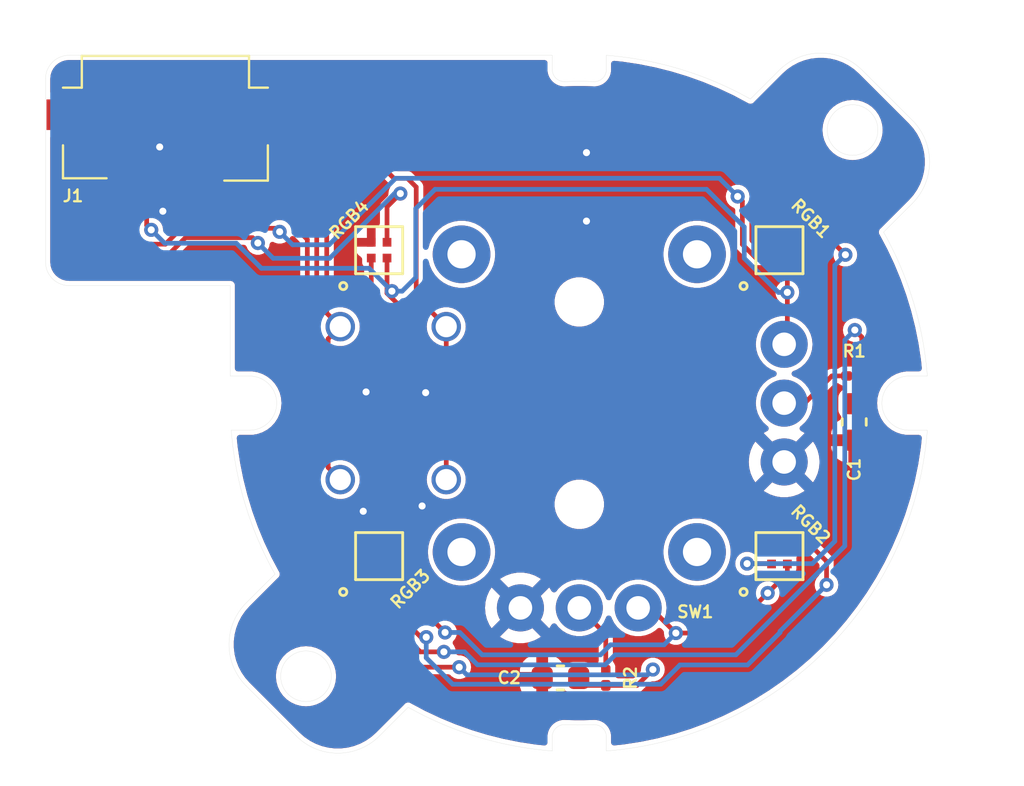
<source format=kicad_pcb>
(kicad_pcb (version 20240108) (generator "pcbnew") (generator_version "8.0")
  (layers (0 "F.Cu" signal) (31 "B.Cu" signal) (34 "B.Paste" user) (35 "F.Paste" user) (36 "B.SilkS" user "B.Silkscreen") (37 "F.SilkS" user "F.Silkscreen") (38 "B.Mask" user) (39 "F.Mask" user) (44 "Edge.Cuts" user))
  (net 0 "")
  (net 1 "GND")
  (net 2 "OUT_Y")
  (net 3 "OUT_X")
  (net 4 "RGB_IN")
  (net 5 "+3V3")
  (net 6 "BUTTON_OUT")
  (net 7 "BUTTON_IN")
  (net 8 "RGB_OUT")
  (net 9 "Net-(SW1-Y_OUT)")
  (net 10 "Net-(SW1-X_OUT)")
  (net 11 "Net-(RGB1-DOUT)")
  (net 12 "Net-(RGB2-DOUT)")
  (net 13 "Net-(RGB3-DOUT)")
  (footprint "hhl:SK6805-EC-10" (layer "F.Cu") (at 59.725 54.955329)
    (property "Reference" "RGB2" (at 1.325 -1.345329 -45) (layer "F.SilkS") (effects (font (size 0.5 0.5) (thickness 0.1))))
    (property "Value" "SK6805-EC-10" (hide yes))
    (fp_line (start -1 -1) (end 1 -1) (stroke (width 0.12)) (layer "F.SilkS"))
    (fp_line (start -1 1) (end -1 -1) (stroke (width 0.12)) (layer "F.SilkS"))
    (fp_line (start 1 -1) (end 1 1) (stroke (width 0.12)) (layer "F.SilkS"))
    (fp_line (start 1 1) (end -1 1) (stroke (width 0.12)) (layer "F.SilkS"))
    (fp_circle (center -1.524 1.524) (end -1.426065 1.639896) (stroke (width 0.12)) (fill none) (layer "F.SilkS"))
    (pad "1" smd rect (at -0.335 0.335) (size 0.37 0.37) (layers "F.Cu" "F.Paste" "F.Mask") (net 11 "Net-(RGB1-DOUT)"))
    (pad "2" smd rect (at 0.335 0.335) (size 0.37 0.37) (layers "F.Cu" "F.Paste" "F.Mask") (net 5 "+3V3"))
    (pad "3" smd rect (at 0.335 -0.335) (size 0.37 0.37) (layers "F.Cu" "F.Paste" "F.Mask") (net 12 "Net-(RGB2-DOUT)"))
    (pad "4" smd rect (at -0.335 -0.335) (size 0.37 0.37) (layers "F.Cu" "F.Paste" "F.Mask") (net 1 "GND"))
  )
  (footprint "hhl:SK6805-EC-10" (layer "F.Cu") (at 42.725 41.955329)
    (property "Reference" "RGB4" (at -1.275 -1.295329 45) (layer "F.SilkS") (effects (font (size 0.5 0.5) (thickness 0.1))))
    (property "Value" "SK6805-EC-10" (hide yes))
    (fp_line (start -1 -1) (end 1 -1) (stroke (width 0.12)) (layer "F.SilkS"))
    (fp_line (start -1 1) (end -1 -1) (stroke (width 0.12)) (layer "F.SilkS"))
    (fp_line (start 1 -1) (end 1 1) (stroke (width 0.12)) (layer "F.SilkS"))
    (fp_line (start 1 1) (end -1 1) (stroke (width 0.12)) (layer "F.SilkS"))
    (fp_circle (center -1.524 1.524) (end -1.426065 1.639896) (stroke (width 0.12)) (fill none) (layer "F.SilkS"))
    (pad "1" smd rect (at -0.335 0.335) (size 0.37 0.37) (layers "F.Cu" "F.Paste" "F.Mask") (net 13 "Net-(RGB3-DOUT)"))
    (pad "2" smd rect (at 0.335 0.335) (size 0.37 0.37) (layers "F.Cu" "F.Paste" "F.Mask") (net 5 "+3V3"))
    (pad "3" smd rect (at 0.335 -0.335) (size 0.37 0.37) (layers "F.Cu" "F.Paste" "F.Mask") (net 8 "RGB_OUT"))
    (pad "4" smd rect (at -0.335 -0.335) (size 0.37 0.37) (layers "F.Cu" "F.Paste" "F.Mask") (net 1 "GND"))
  )
  (footprint "Resistor_SMD:R_0201_0603Metric" (layer "F.Cu") (at 62.9 47.3)
    (property "Reference" "R1" (at 0 -1.05 0) (layer "F.SilkS") (effects (font (size 0.5 0.5) (thickness 0.1))))
    (property "Value" "1k")
    (pad "1" smd roundrect (at -0.32 0) (size 0.46 0.4) (layers "F.Cu" "F.Mask") (net 9 "Net-(SW1-Y_OUT)"))
    (pad "2" smd roundrect (at 0.32 0) (size 0.46 0.4) (layers "F.Cu" "F.Mask") (net 2 "OUT_Y"))
  )
  (footprint "hhl:SK6805-EC-10" (layer "F.Cu") (at 59.725 41.955329)
    (property "Reference" "RGB1" (at 1.335 -1.345329 -45) (layer "F.SilkS") (effects (font (size 0.5 0.5) (thickness 0.1))))
    (property "Value" "SK6805-EC-10" (hide yes))
    (fp_line (start -1 -1) (end 1 -1) (stroke (width 0.12)) (layer "F.SilkS"))
    (fp_line (start -1 1) (end -1 -1) (stroke (width 0.12)) (layer "F.SilkS"))
    (fp_line (start 1 -1) (end 1 1) (stroke (width 0.12)) (layer "F.SilkS"))
    (fp_line (start 1 1) (end -1 1) (stroke (width 0.12)) (layer "F.SilkS"))
    (fp_circle (center -1.524 1.524) (end -1.426065 1.639896) (stroke (width 0.12)) (fill none) (layer "F.SilkS"))
    (pad "1" smd rect (at -0.335 0.335) (size 0.37 0.37) (layers "F.Cu" "F.Paste" "F.Mask") (net 4 "RGB_IN"))
    (pad "2" smd rect (at 0.335 0.335) (size 0.37 0.37) (layers "F.Cu" "F.Paste" "F.Mask") (net 5 "+3V3"))
    (pad "3" smd rect (at 0.335 -0.335) (size 0.37 0.37) (layers "F.Cu" "F.Paste" "F.Mask") (net 11 "Net-(RGB1-DOUT)"))
    (pad "4" smd rect (at -0.335 -0.335) (size 0.37 0.37) (layers "F.Cu" "F.Paste" "F.Mask") (net 1 "GND"))
  )
  (footprint "Capacitor_SMD:C_0603_1608Metric" (layer "F.Cu") (at 50.425 60.130329)
    (property "Reference" "C2" (at -2.175 -0.005329 0) (layer "F.SilkS") (effects (font (size 0.5 0.5) (thickness 0.1))))
    (property "Value" "47nF")
    (fp_line (start -0.14058 -0.51) (end 0.14058 -0.51) (stroke (width 0.12)) (layer "F.SilkS"))
    (fp_line (start -0.14058 0.51) (end 0.14058 0.51) (stroke (width 0.12)) (layer "F.SilkS"))
    (pad "1" smd roundrect (at -0.775 0) (size 0.9 0.95) (layers "F.Cu" "F.Paste" "F.Mask") (net 1 "GND"))
    (pad "2" smd roundrect (at 0.775 0) (size 0.9 0.95) (layers "F.Cu" "F.Paste" "F.Mask") (net 3 "OUT_X"))
  )
  (footprint "hhl:5051100892" (layer "F.Cu") (at 33.65 36.35 180)
    (property "Reference" "J1" (at 3.925 -3.3 180) (layer "F.SilkS") (effects (font (size 0.5 0.5) (thickness 0.1))))
    (property "Value" "Molex 505110-0892" (hide yes))
    (fp_line (start 4.35 -2.55) (end 4.35 -1.15) (stroke (width 0.1)) (layer "F.SilkS"))
    (fp_line (start 3.55 2.65) (end 3.55 1.3) (stroke (width 0.1)) (layer "F.SilkS"))
    (fp_line (start 3.55 1.3) (end 4.35 1.3) (stroke (width 0.1)) (layer "F.SilkS"))
    (fp_line (start 2.5 -2.55) (end 4.35 -2.55) (stroke (width 0.1)) (layer "F.SilkS"))
    (fp_line (start -2.5 -2.65) (end -4.35 -2.649999) (stroke (width 0.1)) (layer "F.SilkS"))
    (fp_line (start -3.55 2.65) (end 3.55 2.65) (stroke (width 0.1)) (layer "F.SilkS"))
    (fp_line (start -3.55 1.3) (end -3.55 2.65) (stroke (width 0.1)) (layer "F.SilkS"))
    (fp_line (start -4.35 1.3) (end -3.55 1.3) (stroke (width 0.1)) (layer "F.SilkS"))
    (fp_line (start -4.35 -2.649999) (end -4.35 -1.15) (stroke (width 0.1)) (layer "F.SilkS"))
    (pad "1" smd rect (at -1.75 -2.55 180) (size 0.3 1) (layers "F.Cu" "F.Paste" "F.Mask") (net 6 "BUTTON_OUT"))
    (pad "2" smd rect (at -1.25 -2.55 180) (size 0.3 1) (layers "F.Cu" "F.Paste" "F.Mask") (net 7 "BUTTON_IN"))
    (pad "3" smd rect (at -0.75 -2.55 180) (size 0.3 1) (layers "F.Cu" "F.Paste" "F.Mask") (net 2 "OUT_Y"))
    (pad "4" smd rect (at -0.25 -2.55 180) (size 0.3 1) (layers "F.Cu" "F.Paste" "F.Mask") (net 3 "OUT_X"))
    (pad "5" smd rect (at 0.25 -2.55 180) (size 0.3 1) (layers "F.Cu" "F.Paste" "F.Mask") (net 1 "GND"))
    (pad "6" smd rect (at 0.75 -2.55 180) (size 0.3 1) (layers "F.Cu" "F.Paste" "F.Mask") (net 5 "+3V3"))
    (pad "7" smd rect (at 1.25 -2.55 180) (size 0.3 1) (layers "F.Cu" "F.Paste" "F.Mask") (net 4 "RGB_IN"))
    (pad "8" smd rect (at 1.75 -2.55 180) (size 0.3 1) (layers "F.Cu" "F.Paste" "F.Mask") (net 8 "RGB_OUT"))
    (pad "MP1" smd rect (at -4.049999 0.15 270) (size 1.3 2) (layers "F.Cu" "F.Paste" "F.Mask"))
    (pad "MP2" smd rect (at 4.049999 0.15 270) (size 1.3 2) (layers "F.Cu" "F.Paste" "F.Mask"))
  )
  (footprint "Capacitor_SMD:C_0603_1608Metric" (layer "F.Cu") (at 62.9 49.255329 90)
    (property "Reference" "C1" (at -2.019671 0 -90) (layer "F.SilkS") (effects (font (size 0.5 0.5) (thickness 0.1))))
    (property "Value" "47nF")
    (fp_line (start -0.140581 -0.51) (end 0.140581 -0.51) (stroke (width 0.12)) (layer "F.SilkS"))
    (fp_line (start -0.140581 0.51) (end 0.140581 0.51) (stroke (width 0.12)) (layer "F.SilkS"))
    (pad "1" smd roundrect (at -0.775 0 90) (size 0.9 0.95) (layers "F.Cu" "F.Paste" "F.Mask") (net 1 "GND"))
    (pad "2" smd roundrect (at 0.775 0 90) (size 0.9 0.95) (layers "F.Cu" "F.Paste" "F.Mask") (net 2 "OUT_Y"))
  )
  (footprint "Resistor_SMD:R_0201_0603Metric" (layer "F.Cu") (at 52.35 60.13 -90)
    (property "Reference" "R2" (at 0 -1.05 90) (layer "F.SilkS") (effects (font (size 0.5 0.5) (thickness 0.1))))
    (property "Value" "1k")
    (pad "1" smd roundrect (at -0.32 0 270) (size 0.46 0.4) (layers "F.Cu" "F.Mask") (net 10 "Net-(SW1-X_OUT)"))
    (pad "2" smd roundrect (at 0.32 0 270) (size 0.46 0.4) (layers "F.Cu" "F.Mask") (net 3 "OUT_X"))
  )
  (footprint "hhl:SK6805-EC-10" (layer "F.Cu") (at 42.725 54.955329)
    (property "Reference" "RGB3" (at 1.325 1.404671 45) (layer "F.SilkS") (effects (font (size 0.5 0.5) (thickness 0.1))))
    (property "Value" "SK6805-EC-10" (hide yes))
    (fp_line (start -1 -1) (end 1 -1) (stroke (width 0.12)) (layer "F.SilkS"))
    (fp_line (start -1 1) (end -1 -1) (stroke (width 0.12)) (layer "F.SilkS"))
    (fp_line (start 1 -1) (end 1 1) (stroke (width 0.12)) (layer "F.SilkS"))
    (fp_line (start 1 1) (end -1 1) (stroke (width 0.12)) (layer "F.SilkS"))
    (fp_circle (center -1.524 1.524) (end -1.426065 1.639896) (stroke (width 0.12)) (fill none) (layer "F.SilkS"))
    (pad "1" smd rect (at -0.335 0.335) (size 0.37 0.37) (layers "F.Cu" "F.Paste" "F.Mask") (net 12 "Net-(RGB2-DOUT)"))
    (pad "2" smd rect (at 0.335 0.335) (size 0.37 0.37) (layers "F.Cu" "F.Paste" "F.Mask") (net 5 "+3V3"))
    (pad "3" smd rect (at 0.335 -0.335) (size 0.37 0.37) (layers "F.Cu" "F.Paste" "F.Mask") (net 13 "Net-(RGB3-DOUT)"))
    (pad "4" smd rect (at -0.335 -0.335) (size 0.37 0.37) (layers "F.Cu" "F.Paste" "F.Mask") (net 1 "GND"))
  )
  (footprint "hhl:GL1807SYAE" (layer "F.Cu") (at 51.225 48.455329)
    (property "Reference" "SW1" (at 4.925 8.869671 0) (layer "F.SilkS") (effects (font (size 0.5 0.5) (thickness 0.1))))
    (property "Value" "GL1807SYAE-002")
    (pad "" thru_hole circle (at -5 -6.325) (size 2.45 2.45) (drill 1.2) (layers "*.Cu" "*.Mask"))
    (pad "" thru_hole circle (at -5 6.325) (size 2.45 2.45) (drill 1.2) (layers "*.Cu" "*.Mask"))
    (pad "" np_thru_hole circle (at 0 -4.3) (size 1.6 1.6) (drill 1.6) (layers "F&B.Cu" "*.Mask"))
    (pad "" np_thru_hole circle (at 0 4.3) (size 1.6 1.6) (drill 1.6) (layers "F&B.Cu" "*.Mask"))
    (pad "" thru_hole circle (at 5 -6.325) (size 2.45 2.45) (drill 1.2) (layers "*.Cu" "*.Mask"))
    (pad "" thru_hole circle (at 5 6.325) (size 2.45 2.45) (drill 1.2) (layers "*.Cu" "*.Mask"))
    (pad "S1" thru_hole circle (at -5.65 -3.25) (size 1.25 1.25) (drill 0.9) (layers "*.Cu" "*.Mask") (net 6 "BUTTON_OUT"))
    (pad "S2" thru_hole circle (at -5.65 3.25) (size 1.25 1.25) (drill 0.9) (layers "*.Cu" "*.Mask") (net 6 "BUTTON_OUT"))
    (pad "S3" thru_hole circle (at -10.15 -3.25) (size 1.25 1.25) (drill 0.9) (layers "*.Cu" "*.Mask") (net 7 "BUTTON_IN"))
    (pad "S4" thru_hole circle (at -10.15 3.25) (size 1.25 1.25) (drill 0.9) (layers "*.Cu" "*.Mask") (net 7 "BUTTON_IN"))
    (pad "X1" thru_hole circle (at -2.5 8.7) (size 2 2) (drill 1) (layers "*.Cu" "*.Mask") (net 1 "GND"))
    (pad "X2" thru_hole circle (at 0 8.7) (size 2 2) (drill 1) (layers "*.Cu" "*.Mask") (net 10 "Net-(SW1-X_OUT)"))
    (pad "X3" thru_hole circle (at 2.5 8.7) (size 2 2) (drill 1) (layers "*.Cu" "*.Mask") (net 5 "+3V3"))
    (pad "Y1" thru_hole circle (at 8.7 2.5) (size 2 2) (drill 1) (layers "*.Cu" "*.Mask") (net 1 "GND"))
    (pad "Y2" thru_hole circle (at 8.7 0) (size 2 2) (drill 1) (layers "*.Cu" "*.Mask") (net 9 "Net-(SW1-Y_OUT)"))
    (pad "Y3" thru_hole circle (at 8.7 -2.5) (size 2 2) (drill 1) (layers "*.Cu" "*.Mask") (net 5 "+3V3"))
  )
  (gr_arc (start 29.559462 43.461) (mid 28.856581 43.172362) (end 28.559402 42.473049) (stroke (width 0.01)) (layer "Edge.Cuts"))
  (gr_curve (pts (xy 51.833008 34.793852) (xy 51.901438 34.796898) (xy 51.969798 34.786364) (xy 52.034137 34.762861)) (stroke (width 0.01)) (layer "Edge.Cuts"))
  (gr_arc (start 59.710284 34.31319) (mid 61.473061 33.580957) (end 63.238754 34.306132) (stroke (width 0.01)) (layer "Edge.Cuts"))
  (gr_arc (start 38.302495 55.720979) (mid 37.04008 52.764465) (end 36.44466 49.605329) (stroke (width 0.01)) (layer "Edge.Cuts"))
  (gr_curve (pts (xy 50.124291 62.414471) (xy 50.107566 62.450054) (xy 50.094939 62.487422) (xy 50.086653 62.525857)) (stroke (width 0.01)) (layer "Edge.Cuts"))
  (gr_line (start 38.302495 55.720979) (end 37.082865 56.940609) (stroke (width 0.01)) (layer "Edge.Cuts"))
  (gr_arc (start 51.833008 62.116806) (mid 51.225 62.130329) (end 50.616991 62.116806) (stroke (width 0.01)) (layer "Edge.Cuts"))
  (gr_curve (pts (xy 50.394276 34.754424) (xy 50.430567 34.769551) (xy 50.46846 34.780504) (xy 50.507225 34.787072)) (stroke (width 0.01)) (layer "Edge.Cuts"))
  (gr_curve (pts (xy 52.335096 62.43566) (xy 52.308674 62.372235) (xy 52.269916 62.314685) (xy 52.221077 62.266357)) (stroke (width 0.01)) (layer "Edge.Cuts"))
  (gr_line (start 42.73972 62.597463) (end 43.959346 61.377837) (stroke (width 0.01)) (layer "Edge.Cuts"))
  (gr_line (start 65.367125 36.434504) (end 63.238754 34.306132) (stroke (width 0.01)) (layer "Edge.Cuts"))
  (gr_curve (pts (xy 50.086653 62.525857) (xy 50.078906 62.561793) (xy 50.075 62.598451) (xy 50.075 62.635212)) (stroke (width 0.01)) (layer "Edge.Cuts"))
  (gr_line (start 29.559462 43.461) (end 36.4 43.461) (stroke (width 0.01)) (layer "Edge.Cuts"))
  (gr_line (start 36.4 47.305329) (end 37.225002 47.305329) (stroke (width 0.01)) (layer "Edge.Cuts"))
  (gr_arc (start 28.559402 34.674966) (mid 28.852298 33.967873) (end 29.559402 33.675) (stroke (width 0.01)) (layer "Edge.Cuts"))
  (gr_line (start 36.4 43.461) (end 36.4 47.305329) (stroke (width 0.01)) (layer "Edge.Cuts"))
  (gr_arc (start 65.225002 49.605329) (mid 64.075 48.45363) (end 65.228393 47.305329) (stroke (width 0.01)) (layer "Edge.Cuts"))
  (gr_arc (start 50.075 63.235656) (mid 46.915862 62.64025) (end 43.959346 61.377837) (stroke (width 0.01)) (layer "Edge.Cuts"))
  (gr_curve (pts (xy 52.363346 34.384801) (xy 52.371093 34.348865) (xy 52.375 34.312207) (xy 52.375 34.275446)) (stroke (width 0.01)) (layer "Edge.Cuts"))
  (gr_line (start 28.559402 34.674966) (end 28.559402 42.473049) (stroke (width 0.01)) (layer "Edge.Cuts"))
  (gr_curve (pts (xy 52.221077 62.266357) (xy 52.173567 62.219343) (xy 52.117417 62.181949) (xy 52.055723 62.156234)) (stroke (width 0.01)) (layer "Edge.Cuts"))
  (gr_line (start 52.375 33.675002) (end 52.375 34.275446) (stroke (width 0.01)) (layer "Edge.Cuts"))
  (gr_curve (pts (xy 52.055723 62.156234) (xy 52.019432 62.141107) (xy 51.981539 62.130154) (xy 51.942774 62.123586)) (stroke (width 0.01)) (layer "Edge.Cuts"))
  (gr_curve (pts (xy 50.241656 62.254176) (xy 50.192577 62.299549) (xy 50.152723 62.353981) (xy 50.124291 62.414471)) (stroke (width 0.01)) (layer "Edge.Cuts"))
  (gr_arc (start 42.73972 62.597463) (mid 40.971948 63.32971) (end 39.204185 62.597442) (stroke (width 0.01)) (layer "Edge.Cuts"))
  (gr_line (start 59.710284 34.31319) (end 58.490654 35.532821) (stroke (width 0.01)) (layer "Edge.Cuts"))
  (gr_line (start 64.147498 41.189685) (end 65.367135 39.970048) (stroke (width 0.01)) (layer "Edge.Cuts"))
  (gr_line (start 39.204185 62.597442) (end 39.204173 62.597454) (stroke (width 0.01)) (layer "Edge.Cuts"))
  (gr_circle (center 39.619609 60.060719) (end 40.694609 60.060719) (stroke (width 0.01)) (fill none) (layer "Edge.Cuts"))
  (gr_line (start 52.375 62.635212) (end 52.375 63.235659) (stroke (width 0.01)) (layer "Edge.Cuts"))
  (gr_curve (pts (xy 50.114903 34.474998) (xy 50.141325 34.538423) (xy 50.180083 34.595973) (xy 50.228922 34.644301)) (stroke (width 0.01)) (layer "Edge.Cuts"))
  (gr_line (start 66.005327 49.605329) (end 65.225002 49.605329) (stroke (width 0.01)) (layer "Edge.Cuts"))
  (gr_line (start 65.228393 47.305329) (end 66.005347 47.305329) (stroke (width 0.01)) (layer "Edge.Cuts"))
  (gr_curve (pts (xy 50.075 34.275446) (xy 50.075 34.343943) (xy 50.088562 34.411767) (xy 50.114903 34.474998)) (stroke (width 0.01)) (layer "Edge.Cuts"))
  (gr_circle (center 62.83039 36.849939) (end 63.90539 36.849939) (stroke (width 0.01)) (fill none) (layer "Edge.Cuts"))
  (gr_curve (pts (xy 52.325708 34.496187) (xy 52.342433 34.460604) (xy 52.35506 34.423236) (xy 52.363346 34.384801)) (stroke (width 0.01)) (layer "Edge.Cuts"))
  (gr_arc (start 64.147498 41.189685) (mid 65.409917 44.146196) (end 66.005347 47.305329) (stroke (width 0.01)) (layer "Edge.Cuts"))
  (gr_curve (pts (xy 50.616991 62.116806) (xy 50.548561 62.11376) (xy 50.480201 62.124294) (xy 50.415862 62.147797)) (stroke (width 0.01)) (layer "Edge.Cuts"))
  (gr_curve (pts (xy 52.375 62.635212) (xy 52.375 62.566715) (xy 52.361437 62.498891) (xy 52.335096 62.43566)) (stroke (width 0.01)) (layer "Edge.Cuts"))
  (gr_line (start 50.075 33.675) (end 29.559402 33.675) (stroke (width 0.01)) (layer "Edge.Cuts"))
  (gr_arc (start 65.367125 36.434504) (mid 66.099356 38.20227) (end 65.367135 39.970048) (stroke (width 0.01)) (layer "Edge.Cuts"))
  (gr_curve (pts (xy 52.034137 34.762861) (xy 52.098674 34.739285) (xy 52.157891 34.703124) (xy 52.208343 34.656482)) (stroke (width 0.01)) (layer "Edge.Cuts"))
  (gr_curve (pts (xy 50.415862 62.147797) (xy 50.351325 62.171373) (xy 50.292108 62.207534) (xy 50.241656 62.254176)) (stroke (width 0.01)) (layer "Edge.Cuts"))
  (gr_arc (start 66.005327 49.605329) (mid 61.707856 58.938187) (end 52.375 63.235659) (stroke (width 0.01)) (layer "Edge.Cuts"))
  (gr_line (start 37.225 49.605329) (end 36.44466 49.605329) (stroke (width 0.01)) (layer "Edge.Cuts"))
  (gr_arc (start 37.225002 47.305329) (mid 38.374999 48.455327) (end 37.225 49.605329) (stroke (width 0.01)) (layer "Edge.Cuts"))
  (gr_line (start 50.075 63.235656) (end 50.075 62.635212) (stroke (width 0.01)) (layer "Edge.Cuts"))
  (gr_arc (start 50.616991 34.793852) (mid 51.225 34.780329) (end 51.833008 34.793852) (stroke (width 0.01)) (layer "Edge.Cuts"))
  (gr_curve (pts (xy 50.228922 34.644301) (xy 50.276432 34.691315) (xy 50.332582 34.728709) (xy 50.394276 34.754424)) (stroke (width 0.01)) (layer "Edge.Cuts"))
  (gr_line (start 50.075 34.275446) (end 50.075 33.675) (stroke (width 0.01)) (layer "Edge.Cuts"))
  (gr_arc (start 37.082864 60.476144) (mid 36.350631 58.708376) (end 37.082865 56.940609) (stroke (width 0.01)) (layer "Edge.Cuts"))
  (gr_curve (pts (xy 51.942774 62.123586) (xy 51.906529 62.117444) (xy 51.869733 62.115171) (xy 51.833008 62.116806)) (stroke (width 0.01)) (layer "Edge.Cuts"))
  (gr_curve (pts (xy 52.208343 34.656482) (xy 52.257422 34.611109) (xy 52.297276 34.556677) (xy 52.325708 34.496187)) (stroke (width 0.01)) (layer "Edge.Cuts"))
  (gr_curve (pts (xy 50.507225 34.787072) (xy 50.54347 34.793214) (xy 50.580266 34.795487) (xy 50.616991 34.793852)) (stroke (width 0.01)) (layer "Edge.Cuts"))
  (gr_arc (start 52.375 33.675002) (mid 55.534134 34.270422) (end 58.490654 35.532821) (stroke (width 0.01)) (layer "Edge.Cuts"))
  (gr_line (start 37.082864 60.476144) (end 39.204173 62.597454) (stroke (width 0.01)) (layer "Edge.Cuts"))
  (segment (start 33.405833 37.57) (end 33.4 37.575833) (width 0.2) (layer "F.Cu") (net 1))
  (segment (start 42.39 53.39) (end 42.05 53.05) (width 0.2) (layer "F.Cu") (net 1))
  (segment (start 42.39 54.620329) (end 42.39 53.39) (width 0.2) (layer "F.Cu") (net 1))
  (segment (start 33.4 37.575833) (end 33.4 38.9) (width 0.2) (layer "F.Cu") (net 1))
  (via (at 51.53 37.81) (size 0.6) (drill 0.3) (layers "F.Cu" "B.Cu") (net 1))
  (via (at 42.17 47.98) (size 0.6) (drill 0.3) (layers "F.Cu" "B.Cu") (net 1))
  (via (at 51.53 40.72) (size 0.6) (drill 0.3) (layers "F.Cu" "B.Cu") (net 1))
  (via (at 42.05 53.05) (size 0.6) (drill 0.3) (layers "F.Cu" "B.Cu") (net 1))
  (via (at 33.405833 37.57) (size 0.6) (drill 0.3) (layers "F.Cu" "B.Cu") (net 1))
  (via (at 44.55 52.825) (size 0.6) (drill 0.3) (layers "F.Cu" "B.Cu") (net 1))
  (via (at 44.7 48.01) (size 0.6) (drill 0.3) (layers "F.Cu" "B.Cu") (net 1))
  (via (at 33.54 40.3) (size 0.6) (drill 0.3) (layers "F.Cu" "B.Cu") (net 1))
  (segment (start 44.325 53.05) (end 42.05 53.05) (width 0.2) (layer "B.Cu") (net 1))
  (segment (start 44.67 47.98) (end 44.7 48.01) (width 0.2) (layer "B.Cu") (net 1))
  (segment (start 42.17 47.98) (end 44.67 47.98) (width 0.2) (layer "B.Cu") (net 1))
  (segment (start 44.55 52.825) (end 44.325 53.05) (width 0.2) (layer "B.Cu") (net 1))
  (segment (start 41.4 56.5) (end 41.4 55.109314) (width 0.2) (layer "F.Cu") (net 2))
  (segment (start 44.475 59.025) (end 43.775 58.325) (width 0.2) (layer "F.Cu") (net 2))
  (segment (start 45.475 59.025) (end 44.475 59.025) (width 0.2) (layer "F.Cu") (net 2))
  (segment (start 41.4 55.109314) (end 40.075 53.784314) (width 0.2) (layer "F.Cu") (net 2))
  (segment (start 34.4 39.7) (end 34.4 38.9) (width 0.2) (layer "F.Cu") (net 2))
  (segment (start 40.075 41.325) (end 38.925 40.175) (width 0.2) (layer "F.Cu") (net 2))
  (segment (start 40.075 53.784314) (end 40.075 41.325) (width 0.2) (layer "F.Cu") (net 2))
  (segment (start 38.925 40.175) (end 34.875 40.175) (width 0.2) (layer "F.Cu") (net 2))
  (segment (start 63.22 48.160329) (end 63.22 47.3) (width 0.2) (layer "F.Cu") (net 2))
  (segment (start 63.22 45.645) (end 62.925 45.35) (width 0.2) (layer "F.Cu") (net 2))
  (segment (start 43.225 58.325) (end 41.4 56.5) (width 0.2) (layer "F.Cu") (net 2))
  (segment (start 62.9 48.480329) (end 63.22 48.160329) (width 0.2) (layer "F.Cu") (net 2))
  (segment (start 43.775 58.325) (end 43.225 58.325) (width 0.2) (layer "F.Cu") (net 2))
  (segment (start 34.875 40.175) (end 34.4 39.7) (width 0.2) (layer "F.Cu") (net 2))
  (segment (start 63.22 47.3) (end 63.22 45.645) (width 0.2) (layer "F.Cu") (net 2))
  (via (at 45.475 59.025) (size 0.6) (drill 0.3) (layers "F.Cu" "B.Cu") (net 2))
  (via (at 62.925 45.35) (size 0.6) (drill 0.3) (layers "F.Cu" "B.Cu") (net 2))
  (segment (start 45.475 59.025) (end 46.35 59.025) (width 0.2) (layer "B.Cu") (net 2))
  (segment (start 57.875 59.15) (end 62.5 54.525) (width 0.2) (layer "B.Cu") (net 2))
  (segment (start 46.9 59.575) (end 52.325 59.575) (width 0.2) (layer "B.Cu") (net 2))
  (segment (start 52.325 59.575) (end 52.75 59.15) (width 0.2) (layer "B.Cu") (net 2))
  (segment (start 62.5 45.775) (end 62.925 45.35) (width 0.2) (layer "B.Cu") (net 2))
  (segment (start 52.75 59.15) (end 57.875 59.15) (width 0.2) (layer "B.Cu") (net 2))
  (segment (start 62.5 54.525) (end 62.5 45.775) (width 0.2) (layer "B.Cu") (net 2))
  (segment (start 46.35 59.025) (end 46.9 59.575) (width 0.2) (layer "B.Cu") (net 2))
  (segment (start 52.35 60.45) (end 53.675 60.45) (width 0.2) (layer "F.Cu") (net 3))
  (segment (start 43.575 58.725) (end 43 58.725) (width 0.2) (layer "F.Cu") (net 3))
  (segment (start 33.9 39.78) (end 33.9 38.9) (width 0.2) (layer "F.Cu") (net 3))
  (segment (start 41 55.275) (end 39.675 53.95) (width 0.2) (layer "F.Cu") (net 3))
  (segment (start 53.675 60.45) (end 54.35 59.775) (width 0.2) (layer "F.Cu") (net 3))
  (segment (start 39.675 53.95) (end 39.675 41.5) (width 0.2) (layer "F.Cu") (net 3))
  (segment (start 46.125 59.675) (end 44.525 59.675) (width 0.2) (layer "F.Cu") (net 3))
  (segment (start 43 58.725) (end 41 56.725) (width 0.2) (layer "F.Cu") (net 3))
  (segment (start 34.695 40.575) (end 33.9 39.78) (width 0.2) (layer "F.Cu") (net 3))
  (segment (start 51.519671 60.45) (end 52.35 60.45) (width 0.2) (layer "F.Cu") (net 3))
  (segment (start 38.75 40.575) (end 34.695 40.575) (width 0.2) (layer "F.Cu") (net 3))
  (segment (start 41 56.725) (end 41 55.275) (width 0.2) (layer "F.Cu") (net 3))
  (segment (start 39.675 41.5) (end 38.75 40.575) (width 0.2) (layer "F.Cu") (net 3))
  (segment (start 51.2 60.130329) (end 51.519671 60.45) (width 0.2) (layer "F.Cu") (net 3))
  (segment (start 44.525 59.675) (end 43.575 58.725) (width 0.2) (layer "F.Cu") (net 3))
  (via (at 46.125 59.675) (size 0.6) (drill 0.3) (layers "F.Cu" "B.Cu") (net 3))
  (via (at 54.35 59.775) (size 0.6) (drill 0.3) (layers "F.Cu" "B.Cu") (net 3))
  (segment (start 54.125 60) (end 54.35 59.775) (width 0.2) (layer "B.Cu") (net 3))
  (segment (start 46.45 60) (end 54.125 60) (width 0.2) (layer "B.Cu") (net 3))
  (segment (start 46.125 59.675) (end 46.45 60) (width 0.2) (layer "B.Cu") (net 3))
  (segment (start 57.95 39.675) (end 58.15 39.875) (width 0.2) (layer "F.Cu") (net 4))
  (segment (start 58.15 39.875) (end 58.15 41.71) (width 0.2) (layer "F.Cu") (net 4))
  (segment (start 58.730329 42.290329) (end 59.39 42.290329) (width 0.2) (layer "F.Cu") (net 4))
  (segment (start 38.5 41.175) (end 38.35 41.025) (width 0.2) (layer "F.Cu") (net 4))
  (segment (start 38.35 41.025) (end 34.325 41.025) (width 0.2) (layer "F.Cu") (net 4))
  (segment (start 32.4 41.35) (end 32.4 38.9) (width 0.2) (layer "F.Cu") (net 4))
  (segment (start 34.325 41.025) (end 33.65 41.7) (width 0.2) (layer "F.Cu") (net 4))
  (segment (start 32.75 41.7) (end 32.4 41.35) (width 0.2) (layer "F.Cu") (net 4))
  (segment (start 33.65 41.7) (end 32.75 41.7) (width 0.2) (layer "F.Cu") (net 4))
  (segment (start 58.15 41.71) (end 58.730329 42.290329) (width 0.2) (layer "F.Cu") (net 4))
  (via (at 57.95 39.675) (size 0.6) (drill 0.3) (layers "F.Cu" "B.Cu") (net 4))
  (via (at 38.5 41.175) (size 0.6) (drill 0.3) (layers "F.Cu" "B.Cu") (net 4))
  (segment (start 39.05 41.725) (end 40.601471 41.725) (width 0.2) (layer "B.Cu") (net 4))
  (segment (start 40.601471 41.725) (end 43.426471 38.9) (width 0.2) (layer "B.Cu") (net 4))
  (segment (start 57.175 38.9) (end 57.95 39.675) (width 0.2) (layer "B.Cu") (net 4))
  (segment (start 43.426471 38.9) (end 57.175 38.9) (width 0.2) (layer "B.Cu") (net 4))
  (segment (start 38.5 41.175) (end 39.05 41.725) (width 0.2) (layer "B.Cu") (net 4))
  (segment (start 44.43 57.74) (end 43.07 56.38) (width 0.2) (layer "F.Cu") (net 5))
  (segment (start 43.479671 55.290329) (end 43.93 54.84) (width 0.2) (layer "F.Cu") (net 5))
  (segment (start 60.06 43.75) (end 60.06 42.290329) (width 0.2) (layer "F.Cu") (net 5))
  (segment (start 45.525 58.2) (end 45.065 57.74) (width 0.2) (layer "F.Cu") (net 5))
  (segment (start 32.853559 40.897837) (end 32.853559 38.946441) (width 0.2) (layer "F.Cu") (net 5))
  (segment (start 45.065 57.74) (end 44.43 57.74) (width 0.2) (layer "F.Cu") (net 5))
  (segment (start 60.06 55.69) (end 59.225 56.525) (width 0.2) (layer "F.Cu") (net 5))
  (segment (start 54.255329 57.155329) (end 55.325 58.225) (width 0.2) (layer "F.Cu") (net 5))
  (segment (start 59.925 45.955329) (end 60.06 45.820329) (width 0.2) (layer "F.Cu") (net 5))
  (segment (start 43.06 43.785) (end 43.06 42.290329) (width 0.2) (layer "F.Cu") (net 5))
  (segment (start 60.06 45.820329) (end 60.06 43.75) (width 0.2) (layer "F.Cu") (net 5))
  (segment (start 43.07 56.38) (end 43.07 55.300329) (width 0.2) (layer "F.Cu") (net 5))
  (segment (start 43.07 55.300329) (end 43.06 55.290329) (width 0.2) (layer "F.Cu") (net 5))
  (segment (start 33.047311 41.091589) (end 32.853559 40.897837) (width 0.2) (layer "F.Cu") (net 5))
  (segment (start 55.325 58.225) (end 57.525 58.225) (width 0.2) (layer "F.Cu") (net 5))
  (segment (start 43.06 55.290329) (end 43.479671 55.290329) (width 0.2) (layer "F.Cu") (net 5))
  (segment (start 53.725 57.155329) (end 54.255329 57.155329) (width 0.2) (layer "F.Cu") (net 5))
  (segment (start 32.853559 38.946441) (end 32.9 38.9) (width 0.2) (layer "F.Cu") (net 5))
  (segment (start 57.525 58.225) (end 59.225 56.525) (width 0.2) (layer "F.Cu") (net 5))
  (segment (start 43.93 44.655) (end 43.06 43.785) (width 0.2) (layer "F.Cu") (net 5))
  (segment (start 60.06 55.290329) (end 60.06 55.69) (width 0.2) (layer "F.Cu") (net 5))
  (segment (start 43.93 54.84) (end 43.93 44.655) (width 0.2) (layer "F.Cu") (net 5))
  (via (at 33.047311 41.091589) (size 0.6) (drill 0.3) (layers "F.Cu" "B.Cu") (net 5))
  (via (at 60.06 43.75) (size 0.6) (drill 0.3) (layers "F.Cu" "B.Cu") (net 5))
  (via (at 45.525 58.2) (size 0.6) (drill 0.3) (layers "F.Cu" "B.Cu") (net 5))
  (via (at 43.268161 43.697547) (size 0.6) (drill 0.3) (layers "F.Cu" "B.Cu") (net 5))
  (via (at 59.225 56.525) (size 0.6) (drill 0.3) (layers "F.Cu" "B.Cu") (net 5))
  (via (at 55.325 58.225) (size 0.6) (drill 0.3) (layers "F.Cu" "B.Cu") (net 5))
  (segment (start 44.28 40.19) (end 45.1 39.37) (width 0.2) (layer "B.Cu") (net 5))
  (segment (start 47.1 59.15) (end 52.125 59.15) (width 0.2) (layer "B.Cu") (net 5))
  (segment (start 36.66 41.66) (end 37.725 42.725) (width 0.2) (layer "B.Cu") (net 5))
  (segment (start 33.615722 41.66) (end 36.66 41.66) (width 0.2) (layer "B.Cu") (net 5))
  (segment (start 43.702453 43.697547) (end 44.28 43.12) (width 0.2) (layer "B.Cu") (net 5))
  (segment (start 58.23 42.3) (end 59.68 43.75) (width 0.2) (layer "B.Cu") (net 5))
  (segment (start 59.68 43.75) (end 60.06 43.75) (width 0.2) (layer "B.Cu") (net 5))
  (segment (start 54.825 58.725) (end 55.325 58.225) (width 0.2) (layer "B.Cu") (net 5))
  (segment (start 37.725 42.725) (end 42.295614 42.725) (width 0.2) (layer "B.Cu") (net 5))
  (segment (start 58.23 40.97) (end 58.23 42.3) (width 0.2) (layer "B.Cu") (net 5))
  (segment (start 52.55 58.725) (end 54.825 58.725) (width 0.2) (layer "B.Cu") (net 5))
  (segment (start 42.295614 42.725) (end 43.268161 43.697547) (width 0.2) (layer "B.Cu") (net 5))
  (segment (start 44.28 43.12) (end 44.28 40.19) (width 0.2) (layer "B.Cu") (net 5))
  (segment (start 43.268161 43.697547) (end 43.702453 43.697547) (width 0.2) (layer "B.Cu") (net 5))
  (segment (start 45.525 58.2) (end 46.15 58.2) (width 0.2) (layer "B.Cu") (net 5))
  (segment (start 56.63 39.37) (end 58.23 40.97) (width 0.2) (layer "B.Cu") (net 5))
  (segment (start 45.1 39.37) (end 56.63 39.37) (width 0.2) (layer "B.Cu") (net 5))
  (segment (start 52.125 59.15) (end 52.55 58.725) (width 0.2) (layer "B.Cu") (net 5))
  (segment (start 33.047311 41.091589) (end 33.615722 41.66) (width 0.2) (layer "B.Cu") (net 5))
  (segment (start 46.15 58.2) (end 47.1 59.15) (width 0.2) (layer "B.Cu") (net 5))
  (segment (start 35.75 37.925) (end 42.375 37.925) (width 0.2) (layer "F.Cu") (net 6))
  (segment (start 44.3 39.275) (end 44.3 43.930329) (width 0.2) (layer "F.Cu") (net 6))
  (segment (start 44.3 43.930329) (end 45.575 45.205329) (width 0.2) (layer "F.Cu") (net 6))
  (segment (start 43.925 38.9) (end 44.3 39.275) (width 0.2) (layer "F.Cu") (net 6))
  (segment (start 43.35 38.9) (end 43.925 38.9) (width 0.2) (layer "F.Cu") (net 6))
  (segment (start 35.4 38.275) (end 35.75 37.925) (width 0.2) (layer "F.Cu") (net 6))
  (segment (start 42.375 37.925) (end 43.35 38.9) (width 0.2) (layer "F.Cu") (net 6))
  (segment (start 45.575 45.205329) (end 45.575 51.705329) (width 0.2) (layer "F.Cu") (net 6))
  (segment (start 35.4 38.9) (end 35.4 38.275) (width 0.2) (layer "F.Cu") (net 6))
  (segment (start 34.9 39.525) (end 34.9 38.9) (width 0.2) (layer "F.Cu") (net 7))
  (segment (start 35.125 39.75) (end 34.9 39.525) (width 0.2) (layer "F.Cu") (net 7))
  (segment (start 41.075 45.205329) (end 40.56 45.720329) (width 0.2) (layer "F.Cu") (net 7))
  (segment (start 40.56 51.190329) (end 41.075 51.705329) (width 0.2) (layer "F.Cu") (net 7))
  (segment (start 40.56 45.720329) (end 40.56 51.190329) (width 0.2) (layer "F.Cu") (net 7))
  (segment (start 39.09 39.75) (end 35.125 39.75) (width 0.2) (layer "F.Cu") (net 7))
  (segment (start 40.5 44.630329) (end 40.5 41.16) (width 0.2) (layer "F.Cu") (net 7))
  (segment (start 41.075 45.205329) (end 40.5 44.630329) (width 0.2) (layer "F.Cu") (net 7))
  (segment (start 40.5 41.16) (end 39.09 39.75) (width 0.2) (layer "F.Cu") (net 7))
  (segment (start 33.825 42.1) (end 32.525 42.1) (width 0.2) (layer "F.Cu") (net 8))
  (segment (start 37.35 41.425) (end 34.5 41.425) (width 0.2) (layer "F.Cu") (net 8))
  (segment (start 34.5 41.425) (end 33.825 42.1) (width 0.2) (layer "F.Cu") (net 8))
  (segment (start 43.625 39.55) (end 43.06 40.115) (width 0.2) (layer "F.Cu") (net 8))
  (segment (start 43.06 40.115) (end 43.06 41.620329) (width 0.2) (layer "F.Cu") (net 8))
  (segment (start 32.525 42.1) (end 31.9 41.475) (width 0.2) (layer "F.Cu") (net 8))
  (segment (start 31.9 41.475) (end 31.9 38.9) (width 0.2) (layer "F.Cu") (net 8))
  (segment (start 37.575 41.65) (end 37.35 41.425) (width 0.2) (layer "F.Cu") (net 8))
  (via (at 37.575 41.65) (size 0.6) (drill 0.3) (layers "F.Cu" "B.Cu") (net 8))
  (via (at 43.625 39.55) (size 0.6) (drill 0.3) (layers "F.Cu" "B.Cu") (net 8))
  (segment (start 40.625 42.3) (end 43.375 39.55) (width 0.2) (layer "B.Cu") (net 8))
  (segment (start 38.225 42.3) (end 40.625 42.3) (width 0.2) (layer "B.Cu") (net 8))
  (segment (start 43.375 39.55) (end 43.625 39.55) (width 0.2) (layer "B.Cu") (net 8))
  (segment (start 37.575 41.65) (end 38.225 42.3) (width 0.2) (layer "B.Cu") (net 8))
  (segment (start 60.794671 48.455329) (end 59.925 48.455329) (width 0.2) (layer "F.Cu") (net 9))
  (segment (start 62.58 47.3) (end 61.95 47.3) (width 0.2) (layer "F.Cu") (net 9))
  (segment (start 61.95 47.3) (end 60.794671 48.455329) (width 0.2) (layer "F.Cu") (net 9))
  (segment (start 52.35 59.81) (end 52.35 58.280329) (width 0.2) (layer "F.Cu") (net 10))
  (segment (start 52.35 58.280329) (end 51.225 57.155329) (width 0.2) (layer "F.Cu") (net 10))
  (segment (start 60.06 41.620329) (end 61.995329 41.620329) (width 0.2) (layer "F.Cu") (net 11))
  (segment (start 59.374671 55.275) (end 59.39 55.290329) (width 0.2) (layer "F.Cu") (net 11))
  (segment (start 61.995329 41.620329) (end 62.525 42.15) (width 0.2) (layer "F.Cu") (net 11))
  (segment (start 58.35 55.275) (end 59.374671 55.275) (width 0.2) (layer "F.Cu") (net 11))
  (via (at 58.35 55.275) (size 0.6) (drill 0.3) (layers "F.Cu" "B.Cu") (net 11))
  (via (at 62.525 42.15) (size 0.6) (drill 0.3) (layers "F.Cu" "B.Cu") (net 11))
  (segment (start 62.075 54.325) (end 62.075 42.6) (width 0.2) (layer "B.Cu") (net 11))
  (segment (start 58.35 55.275) (end 61.125 55.275) (width 0.2) (layer "B.Cu") (net 11))
  (segment (start 62.075 42.6) (end 62.525 42.15) (width 0.2) (layer "B.Cu") (net 11))
  (segment (start 61.125 55.275) (end 62.075 54.325) (width 0.2) (layer "B.Cu") (net 11))
  (segment (start 44.5 58.4) (end 42.39 56.29) (width 0.2) (layer "F.Cu") (net 12))
  (segment (start 61.25 54.7) (end 61.725 55.175) (width 0.2) (layer "F.Cu") (net 12))
  (segment (start 44.725 58.4) (end 44.5 58.4) (width 0.2) (layer "F.Cu") (net 12))
  (segment (start 61.725 55.175) (end 61.725 56.175) (width 0.2) (layer "F.Cu") (net 12))
  (segment (start 42.39 56.29) (end 42.39 55.290329) (width 0.2) (layer "F.Cu") (net 12))
  (segment (start 61.170329 54.620329) (end 61.25 54.7) (width 0.2) (layer "F.Cu") (net 12))
  (segment (start 60.06 54.620329) (end 61.170329 54.620329) (width 0.2) (layer "F.Cu") (net 12))
  (via (at 61.725 56.175) (size 0.6) (drill 0.3) (layers "F.Cu" "B.Cu") (net 12))
  (via (at 44.725 58.4) (size 0.6) (drill 0.3) (layers "F.Cu" "B.Cu") (net 12))
  (segment (start 54.68 60.4) (end 55.5 59.58) (width 0.2) (layer "B.Cu") (net 12))
  (segment (start 44.725 58.4) (end 44.725 59.275) (width 0.2) (layer "B.Cu") (net 12))
  (segment (start 59.75 58.2) (end 59.75 58.15) (width 0.2) (layer "B.Cu") (net 12))
  (segment (start 44.725 59.275) (end 45.85 60.4) (width 0.2) (layer "B.Cu") (net 12))
  (segment (start 58.37 59.58) (end 59.75 58.2) (width 0.2) (layer "B.Cu") (net 12))
  (segment (start 59.75 58.15) (end 61.725 56.175) (width 0.2) (layer "B.Cu") (net 12))
  (segment (start 55.5 59.58) (end 58.37 59.58) (width 0.2) (layer "B.Cu") (net 12))
  (segment (start 45.85 60.4) (end 54.68 60.4) (width 0.2) (layer "B.Cu") (net 12))
  (segment (start 42.39 43.765) (end 42.39 42.290329) (width 0.2) (layer "F.Cu") (net 13))
  (segment (start 43.06 54.620329) (end 43.06 53.96) (width 0.2) (layer "F.Cu") (net 13))
  (segment (start 43.5 53.52) (end 43.5 44.875) (width 0.2) (layer "F.Cu") (net 13))
  (segment (start 43.06 53.96) (end 43.5 53.52) (width 0.2) (layer "F.Cu") (net 13))
  (segment (start 43.5 44.875) (end 42.39 43.765) (width 0.2) (layer "F.Cu") (net 13))
  (zone (net 1) (net_name "GND") (layers "F&B.Cu") (connect_pads (clearance 0.0125)) (min_thickness 0.25) (fill yes (thermal_gap 0.5) (thermal_bridge_width 0.5))
    (polygon (pts (xy 26.625 31.325) (xy 69.875 31.375) (xy 70.125 64.75) (xy 26.775 64.3)))
  )
)
</source>
